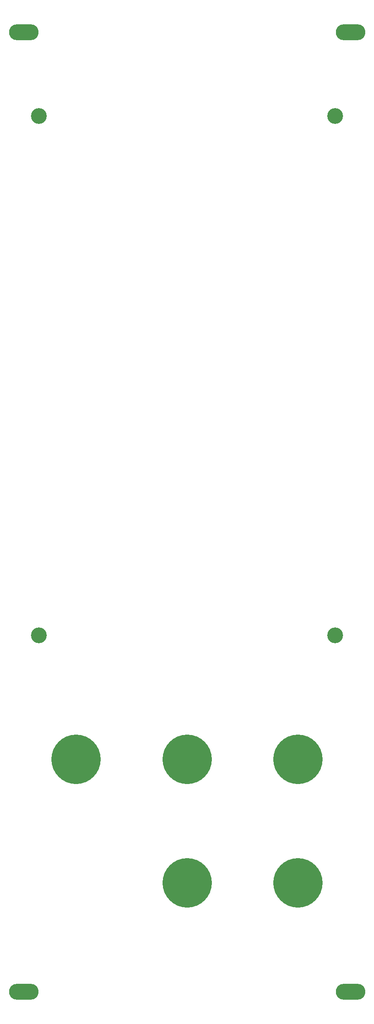
<source format=gbr>
G04 #@! TF.GenerationSoftware,KiCad,Pcbnew,5.1.10-88a1d61d58~90~ubuntu20.04.1*
G04 #@! TF.CreationDate,2021-08-07T10:45:27-04:00*
G04 #@! TF.ProjectId,ao_audio_mixer_panel_al,616f5f61-7564-4696-9f5f-6d697865725f,rev?*
G04 #@! TF.SameCoordinates,Original*
G04 #@! TF.FileFunction,Soldermask,Top*
G04 #@! TF.FilePolarity,Negative*
%FSLAX46Y46*%
G04 Gerber Fmt 4.6, Leading zero omitted, Abs format (unit mm)*
G04 Created by KiCad (PCBNEW 5.1.10-88a1d61d58~90~ubuntu20.04.1) date 2021-08-07 10:45:27*
%MOMM*%
%LPD*%
G01*
G04 APERTURE LIST*
%ADD10C,10.000000*%
%ADD11O,6.000000X3.200000*%
%ADD12C,3.200000*%
G04 APERTURE END LIST*
D10*
X60000000Y-175000000D03*
X37500000Y-175000000D03*
X60000000Y-150000000D03*
X37500000Y-150000000D03*
X15000000Y-150000000D03*
D11*
X70600000Y-3000000D03*
X70600000Y-197000000D03*
X4400000Y-3000000D03*
X4400000Y-197000000D03*
D12*
X67500000Y-125000000D03*
X7500000Y-125000000D03*
X67500000Y-20000000D03*
X7500000Y-20000000D03*
M02*

</source>
